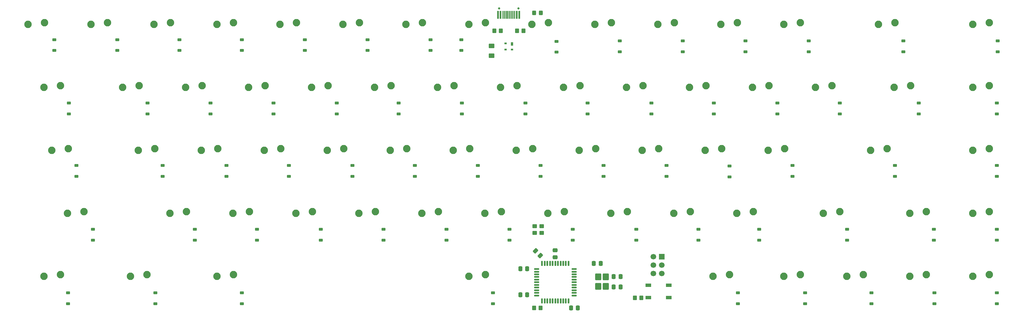
<source format=gbr>
%TF.GenerationSoftware,KiCad,Pcbnew,9.0.3*%
%TF.CreationDate,2025-08-06T18:50:18-07:00*%
%TF.ProjectId,PCB-Keyboard-EDIPO,5043422d-4b65-4796-926f-6172642d4544,rev?*%
%TF.SameCoordinates,Original*%
%TF.FileFunction,Soldermask,Bot*%
%TF.FilePolarity,Negative*%
%FSLAX46Y46*%
G04 Gerber Fmt 4.6, Leading zero omitted, Abs format (unit mm)*
G04 Created by KiCad (PCBNEW 9.0.3) date 2025-08-06 18:50:18*
%MOMM*%
%LPD*%
G01*
G04 APERTURE LIST*
G04 Aperture macros list*
%AMRoundRect*
0 Rectangle with rounded corners*
0 $1 Rounding radius*
0 $2 $3 $4 $5 $6 $7 $8 $9 X,Y pos of 4 corners*
0 Add a 4 corners polygon primitive as box body*
4,1,4,$2,$3,$4,$5,$6,$7,$8,$9,$2,$3,0*
0 Add four circle primitives for the rounded corners*
1,1,$1+$1,$2,$3*
1,1,$1+$1,$4,$5*
1,1,$1+$1,$6,$7*
1,1,$1+$1,$8,$9*
0 Add four rect primitives between the rounded corners*
20,1,$1+$1,$2,$3,$4,$5,0*
20,1,$1+$1,$4,$5,$6,$7,0*
20,1,$1+$1,$6,$7,$8,$9,0*
20,1,$1+$1,$8,$9,$2,$3,0*%
G04 Aperture macros list end*
%ADD10C,2.250000*%
%ADD11RoundRect,0.225000X0.375000X-0.225000X0.375000X0.225000X-0.375000X0.225000X-0.375000X-0.225000X0*%
%ADD12RoundRect,0.250000X0.350000X0.450000X-0.350000X0.450000X-0.350000X-0.450000X0.350000X-0.450000X0*%
%ADD13RoundRect,0.250000X-0.450000X0.350000X-0.450000X-0.350000X0.450000X-0.350000X0.450000X0.350000X0*%
%ADD14RoundRect,0.137500X-0.137500X0.600000X-0.137500X-0.600000X0.137500X-0.600000X0.137500X0.600000X0*%
%ADD15RoundRect,0.137500X-0.600000X0.137500X-0.600000X-0.137500X0.600000X-0.137500X0.600000X0.137500X0*%
%ADD16RoundRect,0.250000X-0.337500X-0.475000X0.337500X-0.475000X0.337500X0.475000X-0.337500X0.475000X0*%
%ADD17R,0.700000X1.000000*%
%ADD18R,0.700000X0.600000*%
%ADD19RoundRect,0.250001X0.624999X-0.462499X0.624999X0.462499X-0.624999X0.462499X-0.624999X-0.462499X0*%
%ADD20RoundRect,0.250000X-0.325000X-0.450000X0.325000X-0.450000X0.325000X0.450000X-0.325000X0.450000X0*%
%ADD21RoundRect,0.250000X0.337500X0.475000X-0.337500X0.475000X-0.337500X-0.475000X0.337500X-0.475000X0*%
%ADD22RoundRect,0.250000X-0.350000X-0.450000X0.350000X-0.450000X0.350000X0.450000X-0.350000X0.450000X0*%
%ADD23RoundRect,0.250000X0.574524X0.097227X0.097227X0.574524X-0.574524X-0.097227X-0.097227X-0.574524X0*%
%ADD24RoundRect,0.250000X0.475000X-0.337500X0.475000X0.337500X-0.475000X0.337500X-0.475000X-0.337500X0*%
%ADD25C,0.650000*%
%ADD26R,0.600000X2.450000*%
%ADD27R,0.300000X2.450000*%
%ADD28C,1.700000*%
%ADD29R,1.700000X1.700000*%
%ADD30R,1.800000X1.100000*%
%ADD31RoundRect,0.250000X0.650000X-0.800000X0.650000X0.800000X-0.650000X0.800000X-0.650000X-0.800000X0*%
G04 APERTURE END LIST*
D10*
%TO.C,SW45*%
X36395986Y86562236D03*
X41395986Y87062236D03*
%TD*%
%TO.C,SW58*%
X310239736Y86562236D03*
X315239736Y87062236D03*
%TD*%
%TO.C,SW49*%
X124502236Y86562236D03*
X129502236Y87062236D03*
%TD*%
%TO.C,SW17*%
X53064736Y124662236D03*
X58064736Y125162236D03*
%TD*%
%TO.C,SW35*%
X114977236Y105612236D03*
X119977236Y106112236D03*
%TD*%
%TO.C,SW47*%
X86402236Y86562236D03*
X91402236Y87062236D03*
%TD*%
%TO.C,SW53*%
X200702236Y86562236D03*
X205702236Y87062236D03*
%TD*%
%TO.C,SW48*%
X105452236Y86562236D03*
X110452236Y87062236D03*
%TD*%
%TO.C,SW57*%
X291189736Y86562236D03*
X296189736Y87062236D03*
%TD*%
%TO.C,SW65*%
X272139736Y67512236D03*
X277139736Y68012236D03*
%TD*%
%TO.C,SW24*%
X186414736Y124662236D03*
X191414736Y125162236D03*
%TD*%
%TO.C,SW9*%
X176889736Y143712236D03*
X181889736Y144212236D03*
%TD*%
%TO.C,SW28*%
X262614736Y124662236D03*
X267614736Y125162236D03*
%TD*%
%TO.C,SW12*%
X234039736Y143712236D03*
X239039736Y144212236D03*
%TD*%
%TO.C,SW6*%
X119739736Y143712236D03*
X124739736Y144212236D03*
%TD*%
%TO.C,SW66*%
X291189736Y67512236D03*
X296189736Y68012236D03*
%TD*%
%TO.C,SW60*%
X55445986Y67512236D03*
X60445986Y68012236D03*
%TD*%
%TO.C,SW30*%
X310239736Y124662236D03*
X315239736Y125162236D03*
%TD*%
%TO.C,SW10*%
X195939736Y143712236D03*
X200939736Y144212236D03*
%TD*%
%TO.C,SW31*%
X31633486Y105612236D03*
X36633486Y106112236D03*
%TD*%
%TO.C,SW38*%
X172127236Y105612236D03*
X177127236Y106112236D03*
%TD*%
%TO.C,SW67*%
X310239736Y67512236D03*
X315239736Y68012236D03*
%TD*%
%TO.C,SW59*%
X29252236Y67512236D03*
X34252236Y68012236D03*
%TD*%
%TO.C,SW8*%
X157839736Y143712236D03*
X162839736Y144212236D03*
%TD*%
%TO.C,SW11*%
X214989736Y143712236D03*
X219989736Y144212236D03*
%TD*%
%TO.C,SW15*%
X310239736Y143712236D03*
X315239736Y144212236D03*
%TD*%
%TO.C,SW4*%
X81639736Y143712236D03*
X86639736Y144212236D03*
%TD*%
%TO.C,SW52*%
X181652236Y86562236D03*
X186652236Y87062236D03*
%TD*%
%TO.C,SW43*%
X279283486Y105612236D03*
X284283486Y106112236D03*
%TD*%
%TO.C,SW41*%
X229277236Y105612236D03*
X234277236Y106112236D03*
%TD*%
%TO.C,SW27*%
X243564736Y124662236D03*
X248564736Y125162236D03*
%TD*%
%TO.C,SW64*%
X253089736Y67512236D03*
X258089736Y68012236D03*
%TD*%
%TO.C,SW29*%
X286427236Y124662236D03*
X291427236Y125162236D03*
%TD*%
%TO.C,SW61*%
X81639736Y67512236D03*
X86639736Y68012236D03*
%TD*%
%TO.C,SW20*%
X110214736Y124662236D03*
X115214736Y125162236D03*
%TD*%
%TO.C,SW22*%
X148314736Y124662236D03*
X153314736Y125162236D03*
%TD*%
%TO.C,SW32*%
X57827236Y105612236D03*
X62827236Y106112236D03*
%TD*%
%TO.C,SW26*%
X224514736Y124662236D03*
X229514736Y125162236D03*
%TD*%
%TO.C,SW19*%
X91164736Y124662236D03*
X96164736Y125162236D03*
%TD*%
%TO.C,SW5*%
X100689736Y143712236D03*
X105689736Y144212236D03*
%TD*%
%TO.C,SW23*%
X167364736Y124662236D03*
X172364736Y125162236D03*
%TD*%
%TO.C,SW50*%
X143552236Y86562236D03*
X148552236Y87062236D03*
%TD*%
%TO.C,SW13*%
X253089736Y143712236D03*
X258089736Y144212236D03*
%TD*%
%TO.C,SW18*%
X72114736Y124662236D03*
X77114736Y125162236D03*
%TD*%
%TO.C,SW2*%
X43539736Y143712236D03*
X48539736Y144212236D03*
%TD*%
%TO.C,SW1*%
X24489736Y143712236D03*
X29489736Y144212236D03*
%TD*%
%TO.C,SW34*%
X95927236Y105612236D03*
X100927236Y106112236D03*
%TD*%
%TO.C,SW54*%
X219752236Y86562236D03*
X224752236Y87062236D03*
%TD*%
%TO.C,SW40*%
X210227236Y105612236D03*
X215227236Y106112236D03*
%TD*%
%TO.C,SW56*%
X264995986Y86562236D03*
X269995986Y87062236D03*
%TD*%
%TO.C,SW37*%
X153077236Y105612236D03*
X158077236Y106112236D03*
%TD*%
%TO.C,SW63*%
X231658486Y67512236D03*
X236658486Y68012236D03*
%TD*%
%TO.C,SW25*%
X205464736Y124662236D03*
X210464736Y125162236D03*
%TD*%
%TO.C,SW62*%
X157839736Y67512236D03*
X162839736Y68012236D03*
%TD*%
%TO.C,SW42*%
X248327236Y105612236D03*
X253327236Y106112236D03*
%TD*%
%TO.C,SW16*%
X29252236Y124662236D03*
X34252236Y125162236D03*
%TD*%
%TO.C,SW39*%
X191177236Y105612236D03*
X196177236Y106112236D03*
%TD*%
%TO.C,SW3*%
X62589736Y143712236D03*
X67589736Y144212236D03*
%TD*%
%TO.C,SW33*%
X76877236Y105612236D03*
X81877236Y106112236D03*
%TD*%
%TO.C,SW7*%
X138789736Y143712236D03*
X143789736Y144212236D03*
%TD*%
%TO.C,SW36*%
X134027236Y105612236D03*
X139027236Y106112236D03*
%TD*%
%TO.C,SW21*%
X129264736Y124662236D03*
X134264736Y125162236D03*
%TD*%
%TO.C,SW46*%
X67352236Y86562236D03*
X72352236Y87062236D03*
%TD*%
%TO.C,SW51*%
X162602236Y86562236D03*
X167602236Y87062236D03*
%TD*%
%TO.C,SW44*%
X310239736Y105612236D03*
X315239736Y106112236D03*
%TD*%
%TO.C,SW55*%
X238802236Y86562236D03*
X243802236Y87062236D03*
%TD*%
%TO.C,SW14*%
X281664736Y143712236D03*
X286664736Y144212236D03*
%TD*%
D11*
%TO.C,D5*%
X108193536Y135826036D03*
X108193536Y139126036D03*
%TD*%
D12*
%TO.C,R2*%
X210000000Y61000000D03*
X208000000Y61000000D03*
%TD*%
D11*
%TO.C,D19*%
X98668536Y116649036D03*
X98668536Y119949036D03*
%TD*%
%TO.C,D32*%
X65140536Y97728036D03*
X65140536Y101028036D03*
%TD*%
%TO.C,D56*%
X272150536Y78424036D03*
X272150536Y81724036D03*
%TD*%
%TO.C,D57*%
X298439536Y78424036D03*
X298439536Y81724036D03*
%TD*%
D13*
%TO.C,R3*%
X177686800Y82670599D03*
X177686800Y80670599D03*
%TD*%
D11*
%TO.C,D15*%
X317743536Y135445036D03*
X317743536Y138745036D03*
%TD*%
%TO.C,D25*%
X212968536Y116649036D03*
X212968536Y119949036D03*
%TD*%
%TO.C,D21*%
X136514536Y116649036D03*
X136514536Y119949036D03*
%TD*%
%TO.C,D65*%
X279516536Y59247036D03*
X279516536Y62547036D03*
%TD*%
D14*
%TO.C,U1*%
X179938036Y71397536D03*
X180738036Y71397536D03*
X181538036Y71397536D03*
X182338036Y71397536D03*
X183138036Y71397536D03*
X183938036Y71397536D03*
X184738036Y71397536D03*
X185538036Y71397536D03*
X186338036Y71397536D03*
X187138036Y71397536D03*
X187938036Y71397536D03*
D15*
X189600536Y69735036D03*
X189600536Y68935036D03*
X189600536Y68135036D03*
X189600536Y67335036D03*
X189600536Y66535036D03*
X189600536Y65735036D03*
X189600536Y64935036D03*
X189600536Y64135036D03*
X189600536Y63335036D03*
X189600536Y62535036D03*
X189600536Y61735036D03*
D14*
X187938036Y60072536D03*
X187138036Y60072536D03*
X186338036Y60072536D03*
X185538036Y60072536D03*
X184738036Y60072536D03*
X183938036Y60072536D03*
X183138036Y60072536D03*
X182338036Y60072536D03*
X181538036Y60072536D03*
X180738036Y60072536D03*
X179938036Y60072536D03*
D15*
X178275536Y61735036D03*
X178275536Y62535036D03*
X178275536Y63335036D03*
X178275536Y64135036D03*
X178275536Y64935036D03*
X178275536Y65735036D03*
X178275536Y66535036D03*
X178275536Y67335036D03*
X178275536Y68135036D03*
X178275536Y68935036D03*
X178275536Y69735036D03*
%TD*%
D16*
%TO.C,C3*%
X201612500Y64293750D03*
X203687500Y64293750D03*
%TD*%
D11*
%TO.C,D31*%
X39105536Y97728036D03*
X39105536Y101028036D03*
%TD*%
%TO.C,D41*%
X236590536Y97631250D03*
X236590536Y100931250D03*
%TD*%
%TO.C,D63*%
X239130536Y59247036D03*
X239130536Y62547036D03*
%TD*%
%TO.C,D1*%
X32374536Y135826036D03*
X32374536Y139126036D03*
%TD*%
%TO.C,D58*%
X317489536Y78424036D03*
X317489536Y81724036D03*
%TD*%
%TO.C,D12*%
X241416536Y135445036D03*
X241416536Y138745036D03*
%TD*%
%TO.C,D29*%
X293867536Y116649036D03*
X293867536Y119949036D03*
%TD*%
D17*
%TO.C,U2*%
X170880736Y137780036D03*
D18*
X170880736Y136080036D03*
X168880736Y136080036D03*
X168880736Y137980036D03*
%TD*%
D11*
%TO.C,D49*%
X131942536Y78424036D03*
X131942536Y81724036D03*
%TD*%
%TO.C,D20*%
X117845536Y116649036D03*
X117845536Y119949036D03*
%TD*%
%TO.C,D13*%
X260593536Y135445036D03*
X260593536Y138745036D03*
%TD*%
D19*
%TO.C,F1*%
X164632336Y134251236D03*
X164632336Y137226236D03*
%TD*%
D11*
%TO.C,D38*%
X179440536Y97728036D03*
X179440536Y101028036D03*
%TD*%
%TO.C,D36*%
X141467536Y97728036D03*
X141467536Y101028036D03*
%TD*%
%TO.C,D23*%
X174868536Y116649036D03*
X174868536Y119949036D03*
%TD*%
D16*
%TO.C,C6*%
X195568750Y71437500D03*
X197643750Y71437500D03*
%TD*%
D20*
%TO.C,FB1*%
X177550000Y147200000D03*
X179600000Y147200000D03*
%TD*%
D16*
%TO.C,C2*%
X201612500Y67468750D03*
X203687500Y67468750D03*
%TD*%
D11*
%TO.C,D55*%
X245607536Y78424036D03*
X245607536Y81724036D03*
%TD*%
%TO.C,D42*%
X255640536Y97728036D03*
X255640536Y101028036D03*
%TD*%
D21*
%TO.C,C5*%
X175418750Y61912500D03*
X173343750Y61912500D03*
%TD*%
D11*
%TO.C,D40*%
X217540536Y97728036D03*
X217540536Y101028036D03*
%TD*%
%TO.C,D37*%
X160517536Y97728036D03*
X160517536Y101028036D03*
%TD*%
%TO.C,D16*%
X36819536Y116649036D03*
X36819536Y119949036D03*
%TD*%
D22*
%TO.C,R5*%
X172328536Y141795036D03*
X174328536Y141795036D03*
%TD*%
D11*
%TO.C,D43*%
X286628536Y97728036D03*
X286628536Y101028036D03*
%TD*%
%TO.C,D59*%
X36565536Y59247036D03*
X36565536Y62547036D03*
%TD*%
%TO.C,D67*%
X317489536Y59247036D03*
X317489536Y62547036D03*
%TD*%
%TO.C,D7*%
X146166536Y135826036D03*
X146166536Y139126036D03*
%TD*%
%TO.C,D48*%
X113019536Y78424036D03*
X113019536Y81724036D03*
%TD*%
%TO.C,D18*%
X79618536Y116649036D03*
X79618536Y119949036D03*
%TD*%
%TO.C,D60*%
X62981536Y59247036D03*
X62981536Y62547036D03*
%TD*%
D23*
%TO.C,C8*%
X179387500Y73818750D03*
X177920254Y75285996D03*
%TD*%
D11*
%TO.C,D34*%
X103392936Y97728036D03*
X103392936Y101028036D03*
%TD*%
D12*
%TO.C,R1*%
X179500000Y58000000D03*
X177500000Y58000000D03*
%TD*%
D11*
%TO.C,D53*%
X208396536Y78424036D03*
X208396536Y81724036D03*
%TD*%
D24*
%TO.C,C1*%
X183900000Y73300000D03*
X183900000Y75375000D03*
%TD*%
D12*
%TO.C,R6*%
X167477136Y141795036D03*
X165477136Y141795036D03*
%TD*%
D11*
%TO.C,D17*%
X60568536Y116649036D03*
X60568536Y119949036D03*
%TD*%
%TO.C,D27*%
X251068536Y116649036D03*
X251068536Y119949036D03*
%TD*%
%TO.C,D45*%
X44058536Y78424036D03*
X44058536Y81724036D03*
%TD*%
%TO.C,D4*%
X89143536Y135826036D03*
X89143536Y139126036D03*
%TD*%
%TO.C,D46*%
X74919536Y78424036D03*
X74919536Y81724036D03*
%TD*%
%TO.C,D61*%
X89143536Y59247036D03*
X89143536Y62547036D03*
%TD*%
%TO.C,D14*%
X289168536Y135445036D03*
X289168536Y138745036D03*
%TD*%
%TO.C,D39*%
X198490536Y97728036D03*
X198490536Y101028036D03*
%TD*%
%TO.C,D35*%
X122544536Y97728036D03*
X122544536Y101028036D03*
%TD*%
%TO.C,D24*%
X193664536Y116649036D03*
X193664536Y119949036D03*
%TD*%
D25*
%TO.C,USB1*%
X166972736Y148537436D03*
X172752736Y148537436D03*
D26*
X166637736Y146592436D03*
X167412736Y146592436D03*
D27*
X168112736Y146592436D03*
X168612736Y146592436D03*
X169112736Y146592436D03*
X169612736Y146592436D03*
X170112736Y146592436D03*
X170612736Y146592436D03*
X171112736Y146592436D03*
X171612736Y146592436D03*
D26*
X172312736Y146592436D03*
X173087736Y146592436D03*
%TD*%
D13*
%TO.C,R4*%
X179804400Y82670599D03*
X179804400Y80670599D03*
%TD*%
D11*
%TO.C,D10*%
X203443536Y135445036D03*
X203443536Y138745036D03*
%TD*%
%TO.C,D11*%
X222493536Y135445036D03*
X222493536Y138745036D03*
%TD*%
%TO.C,D33*%
X84444536Y97728036D03*
X84444536Y101028036D03*
%TD*%
D21*
%TO.C,C7*%
X175418750Y69850000D03*
X173343750Y69850000D03*
%TD*%
D11*
%TO.C,D47*%
X93715536Y78424036D03*
X93715536Y81724036D03*
%TD*%
%TO.C,D22*%
X155691536Y116649036D03*
X155691536Y119949036D03*
%TD*%
%TO.C,D6*%
X127116536Y135826036D03*
X127116536Y139126036D03*
%TD*%
%TO.C,D50*%
X150992536Y78424036D03*
X150992536Y81724036D03*
%TD*%
D16*
%TO.C,C4*%
X188668750Y57943750D03*
X190743750Y57943750D03*
%TD*%
D11*
%TO.C,D44*%
X317489536Y97728036D03*
X317489536Y101028036D03*
%TD*%
D28*
%TO.C,J1*%
X213560000Y68400000D03*
X216100000Y68400000D03*
X213560000Y70940000D03*
X216100000Y70940000D03*
X213560000Y73480000D03*
D29*
X216100000Y73480000D03*
%TD*%
D11*
%TO.C,D28*%
X269991536Y116649036D03*
X269991536Y119949036D03*
%TD*%
%TO.C,D54*%
X227192536Y78424036D03*
X227192536Y81724036D03*
%TD*%
%TO.C,D8*%
X155513736Y135826036D03*
X155513736Y139126036D03*
%TD*%
%TO.C,D52*%
X189219536Y78424036D03*
X189219536Y81724036D03*
%TD*%
D30*
%TO.C,SW68*%
X212100000Y61100000D03*
X218300000Y61100000D03*
X212100000Y64800000D03*
X218300000Y64800000D03*
%TD*%
D11*
%TO.C,D66*%
X298566536Y59247036D03*
X298566536Y62547036D03*
%TD*%
%TO.C,D26*%
X231891536Y116649036D03*
X231891536Y119949036D03*
%TD*%
%TO.C,D9*%
X184266536Y135318036D03*
X184266536Y138618036D03*
%TD*%
D31*
%TO.C,Y1*%
X196927136Y64502836D03*
X196927136Y67402836D03*
X199227136Y67402836D03*
X199227136Y64502836D03*
%TD*%
D11*
%TO.C,D64*%
X259450536Y59247036D03*
X259450536Y62547036D03*
%TD*%
%TO.C,D62*%
X165089536Y59247036D03*
X165089536Y62547036D03*
%TD*%
%TO.C,D30*%
X317489536Y116649036D03*
X317489536Y119949036D03*
%TD*%
%TO.C,D3*%
X70220536Y135826036D03*
X70220536Y139126036D03*
%TD*%
%TO.C,D2*%
X51424536Y135826036D03*
X51424536Y139126036D03*
%TD*%
%TO.C,D51*%
X170042536Y78424036D03*
X170042536Y81724036D03*
%TD*%
M02*

</source>
